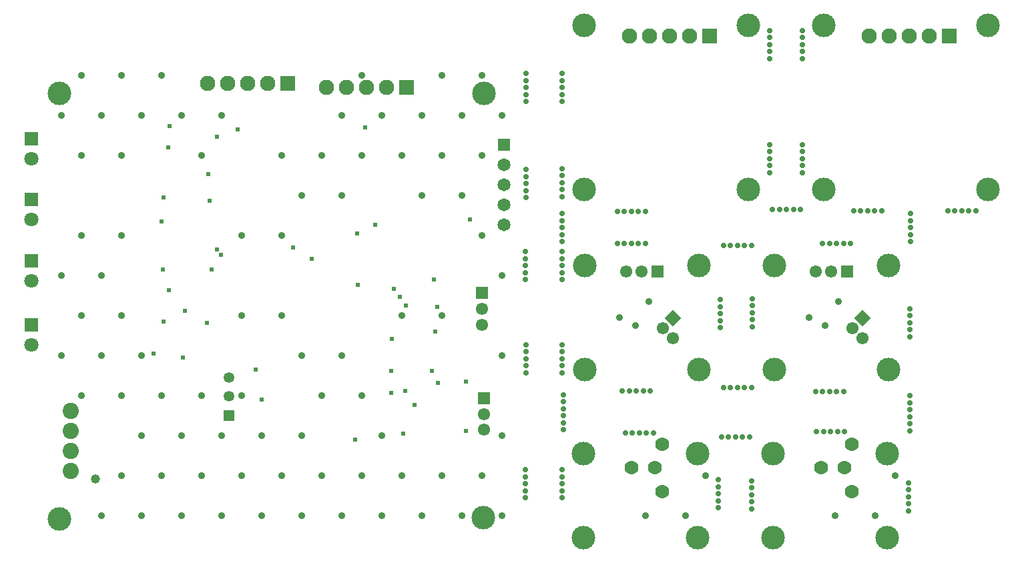
<source format=gbs>
G04*
G04 #@! TF.GenerationSoftware,Altium Limited,Altium Designer,21.5.1 (32)*
G04*
G04 Layer_Color=16711935*
%FSLAX25Y25*%
%MOIN*%
G70*
G04*
G04 #@! TF.SameCoordinates,35D1D81E-305D-4ED3-A4E5-B3A77E649114*
G04*
G04*
G04 #@! TF.FilePolarity,Negative*
G04*
G01*
G75*
%ADD73C,0.02800*%
%ADD74C,0.06969*%
%ADD75C,0.11791*%
%ADD76C,0.03591*%
%ADD77C,0.07677*%
%ADD78R,0.07677X0.07677*%
%ADD79R,0.06102X0.06102*%
%ADD80C,0.06102*%
%ADD81C,0.06102*%
%ADD82P,0.08630X4X360.0*%
%ADD83C,0.07087*%
%ADD84R,0.07087X0.07087*%
%ADD85R,0.06102X0.06102*%
%ADD86C,0.04638*%
%ADD87C,0.08091*%
%ADD88C,0.06496*%
%ADD89R,0.06496X0.06496*%
%ADD90R,0.05315X0.05315*%
%ADD91C,0.05315*%
%ADD92C,0.02391*%
D73*
X544000Y271000D02*
D03*
Y267500D02*
D03*
Y264000D02*
D03*
Y260500D02*
D03*
Y257000D02*
D03*
X543500Y180000D02*
D03*
Y176500D02*
D03*
Y173000D02*
D03*
Y169500D02*
D03*
Y166000D02*
D03*
Y162500D02*
D03*
X510500Y182000D02*
D03*
X507000D02*
D03*
X503500D02*
D03*
X500000D02*
D03*
X496500D02*
D03*
X511000Y162000D02*
D03*
X507500D02*
D03*
X504000D02*
D03*
X500500D02*
D03*
X497000D02*
D03*
X543000Y122500D02*
D03*
Y126000D02*
D03*
Y129500D02*
D03*
Y133000D02*
D03*
Y136500D02*
D03*
X464500Y123500D02*
D03*
Y127000D02*
D03*
Y130500D02*
D03*
Y134000D02*
D03*
Y137500D02*
D03*
X448000Y124000D02*
D03*
Y127500D02*
D03*
Y131000D02*
D03*
Y134500D02*
D03*
Y138000D02*
D03*
X401500Y161500D02*
D03*
X405000D02*
D03*
X408500D02*
D03*
X412000D02*
D03*
X415500D02*
D03*
X400000Y182500D02*
D03*
X403500D02*
D03*
X407000D02*
D03*
X410500D02*
D03*
X414000D02*
D03*
X500000Y256000D02*
D03*
X503500D02*
D03*
X507000D02*
D03*
X510500D02*
D03*
X514000D02*
D03*
X543500Y223500D02*
D03*
Y220000D02*
D03*
Y216500D02*
D03*
Y213000D02*
D03*
Y209500D02*
D03*
X576500Y272500D02*
D03*
X573000D02*
D03*
X569500D02*
D03*
X566000D02*
D03*
X562500D02*
D03*
X529500D02*
D03*
X526000D02*
D03*
X522500D02*
D03*
X519000D02*
D03*
X515500D02*
D03*
X464500Y184000D02*
D03*
X461000D02*
D03*
X457500D02*
D03*
X454000D02*
D03*
X450500D02*
D03*
X463500Y159500D02*
D03*
X460000D02*
D03*
X456500D02*
D03*
X453000D02*
D03*
X449500D02*
D03*
X489000Y273000D02*
D03*
X485500D02*
D03*
X482000D02*
D03*
X478500D02*
D03*
X475000D02*
D03*
X464500Y255000D02*
D03*
X461000D02*
D03*
X457500D02*
D03*
X454000D02*
D03*
X450500D02*
D03*
X490000Y348500D02*
D03*
Y352000D02*
D03*
Y355500D02*
D03*
Y359000D02*
D03*
Y362500D02*
D03*
X473500Y348500D02*
D03*
Y352000D02*
D03*
Y355500D02*
D03*
Y359000D02*
D03*
Y362500D02*
D03*
X490000Y291500D02*
D03*
Y295000D02*
D03*
Y298500D02*
D03*
Y302000D02*
D03*
Y305500D02*
D03*
X473500Y291500D02*
D03*
Y295000D02*
D03*
Y298500D02*
D03*
Y302000D02*
D03*
Y305500D02*
D03*
X351500Y129000D02*
D03*
Y132500D02*
D03*
Y136000D02*
D03*
Y139500D02*
D03*
Y143000D02*
D03*
X370000Y129000D02*
D03*
Y132500D02*
D03*
Y136000D02*
D03*
Y139500D02*
D03*
Y143000D02*
D03*
X370500Y180500D02*
D03*
Y177000D02*
D03*
Y173500D02*
D03*
Y170000D02*
D03*
Y166500D02*
D03*
Y163000D02*
D03*
X370000Y271000D02*
D03*
Y267500D02*
D03*
Y264000D02*
D03*
Y260500D02*
D03*
Y257000D02*
D03*
X352000Y191500D02*
D03*
Y195000D02*
D03*
Y198500D02*
D03*
Y202000D02*
D03*
Y205500D02*
D03*
X370000Y191500D02*
D03*
Y195000D02*
D03*
Y198500D02*
D03*
Y202000D02*
D03*
Y205500D02*
D03*
X465000Y214500D02*
D03*
Y218000D02*
D03*
Y221500D02*
D03*
Y225000D02*
D03*
Y228500D02*
D03*
X449000Y214000D02*
D03*
Y217500D02*
D03*
Y221000D02*
D03*
Y224500D02*
D03*
Y228000D02*
D03*
X397500Y272000D02*
D03*
X401000D02*
D03*
X404500D02*
D03*
X408000D02*
D03*
X411500D02*
D03*
X397500Y256000D02*
D03*
X401000D02*
D03*
X404500D02*
D03*
X408000D02*
D03*
X411500D02*
D03*
X351500Y252000D02*
D03*
Y248500D02*
D03*
Y245000D02*
D03*
Y241500D02*
D03*
Y238000D02*
D03*
X370000Y252000D02*
D03*
Y248500D02*
D03*
Y245000D02*
D03*
Y241500D02*
D03*
Y238000D02*
D03*
Y293500D02*
D03*
Y290000D02*
D03*
Y286500D02*
D03*
Y283000D02*
D03*
Y279500D02*
D03*
X352000Y293000D02*
D03*
Y289500D02*
D03*
Y286000D02*
D03*
Y282500D02*
D03*
Y279000D02*
D03*
X370000Y341000D02*
D03*
Y337500D02*
D03*
Y334000D02*
D03*
Y330500D02*
D03*
Y327000D02*
D03*
X352000D02*
D03*
Y330500D02*
D03*
Y334000D02*
D03*
Y337500D02*
D03*
Y341000D02*
D03*
D74*
X404500Y144000D02*
D03*
X416311D02*
D03*
X420012Y155811D02*
D03*
Y132189D02*
D03*
X499185Y144000D02*
D03*
X510996D02*
D03*
X514697Y155811D02*
D03*
Y132189D02*
D03*
D75*
X380500Y151000D02*
D03*
Y109000D02*
D03*
X437500Y151000D02*
D03*
Y109000D02*
D03*
X475185Y151000D02*
D03*
Y109000D02*
D03*
X532185Y151000D02*
D03*
Y109000D02*
D03*
X582685Y365185D02*
D03*
X500685D02*
D03*
Y283185D02*
D03*
X582685Y283185D02*
D03*
X463000Y365185D02*
D03*
X381000D02*
D03*
Y283185D02*
D03*
X463000Y283185D02*
D03*
X381185Y193106D02*
D03*
Y245106D02*
D03*
X438185D02*
D03*
Y193106D02*
D03*
X475870D02*
D03*
Y245106D02*
D03*
X532870D02*
D03*
Y193106D02*
D03*
X330500Y119000D02*
D03*
X331000Y331000D02*
D03*
X119000D02*
D03*
Y118500D02*
D03*
D76*
X441500Y140000D02*
D03*
X431500Y120000D02*
D03*
X411500D02*
D03*
X536185Y140000D02*
D03*
X526185Y120000D02*
D03*
X506185D02*
D03*
X413185Y227106D02*
D03*
X406685Y215106D02*
D03*
X398685Y219106D02*
D03*
X507870Y227106D02*
D03*
X501370Y215106D02*
D03*
X493370Y219106D02*
D03*
X340000Y320000D02*
D03*
Y240000D02*
D03*
Y200000D02*
D03*
Y160000D02*
D03*
Y120000D02*
D03*
X330000Y340000D02*
D03*
X320000Y320000D02*
D03*
X330000Y300000D02*
D03*
X320000Y280000D02*
D03*
X330000Y260000D02*
D03*
Y140000D02*
D03*
X320000Y120000D02*
D03*
X310000Y340000D02*
D03*
X300000Y320000D02*
D03*
X310000Y300000D02*
D03*
X300000Y280000D02*
D03*
X310000Y220000D02*
D03*
Y140000D02*
D03*
X300000Y120000D02*
D03*
X280000Y320000D02*
D03*
X290000Y300000D02*
D03*
Y220000D02*
D03*
X280000Y160000D02*
D03*
X290000Y140000D02*
D03*
X280000Y120000D02*
D03*
X270000Y340000D02*
D03*
X260000Y320000D02*
D03*
X270000Y300000D02*
D03*
X260000Y280000D02*
D03*
Y200000D02*
D03*
X270000Y180000D02*
D03*
Y140000D02*
D03*
X260000Y120000D02*
D03*
X250000Y300000D02*
D03*
X240000Y280000D02*
D03*
Y200000D02*
D03*
X250000Y180000D02*
D03*
X240000Y160000D02*
D03*
X250000Y140000D02*
D03*
X240000Y120000D02*
D03*
X230000Y300000D02*
D03*
Y260000D02*
D03*
Y220000D02*
D03*
X220000Y160000D02*
D03*
X230000Y140000D02*
D03*
X220000Y120000D02*
D03*
X200000Y320000D02*
D03*
X210000Y260000D02*
D03*
Y220000D02*
D03*
Y180000D02*
D03*
X200000Y160000D02*
D03*
X210000Y140000D02*
D03*
X200000Y120000D02*
D03*
X180000Y320000D02*
D03*
X190000Y300000D02*
D03*
Y180000D02*
D03*
X180000Y160000D02*
D03*
X190000Y140000D02*
D03*
X180000Y120000D02*
D03*
X170000Y340000D02*
D03*
X160000Y320000D02*
D03*
Y200000D02*
D03*
X170000Y180000D02*
D03*
X160000Y160000D02*
D03*
X170000Y140000D02*
D03*
X160000Y120000D02*
D03*
X150000Y340000D02*
D03*
X140000Y320000D02*
D03*
X150000Y300000D02*
D03*
Y260000D02*
D03*
X140000Y240000D02*
D03*
X150000Y220000D02*
D03*
X140000Y200000D02*
D03*
X150000Y180000D02*
D03*
Y140000D02*
D03*
X140000Y120000D02*
D03*
X130000Y340000D02*
D03*
X120000Y320000D02*
D03*
X130000Y300000D02*
D03*
Y260000D02*
D03*
X120000Y240000D02*
D03*
X130000Y220000D02*
D03*
X120000Y200000D02*
D03*
X130000Y180000D02*
D03*
D77*
X533185Y359685D02*
D03*
X543185D02*
D03*
X553185D02*
D03*
X523185D02*
D03*
X413500D02*
D03*
X423500D02*
D03*
X433500D02*
D03*
X403500D02*
D03*
X262314Y334000D02*
D03*
X272314D02*
D03*
X282314D02*
D03*
X252314D02*
D03*
X203000Y336000D02*
D03*
X213000D02*
D03*
X223000D02*
D03*
X193000D02*
D03*
D78*
X563185Y359685D02*
D03*
X443500D02*
D03*
X292314Y334000D02*
D03*
X233000Y336000D02*
D03*
D79*
X417559Y242106D02*
D03*
X512244D02*
D03*
D80*
X409685D02*
D03*
X401811D02*
D03*
X504370D02*
D03*
X496496D02*
D03*
X331000Y170874D02*
D03*
Y163000D02*
D03*
X330000Y223374D02*
D03*
Y215500D02*
D03*
D81*
X425185Y208606D02*
D03*
X420185Y213606D02*
D03*
X519870Y208606D02*
D03*
X514870Y213606D02*
D03*
D82*
X425185Y218606D02*
D03*
X519870D02*
D03*
D83*
X105000Y298500D02*
D03*
Y268000D02*
D03*
Y237500D02*
D03*
Y205500D02*
D03*
D84*
Y308500D02*
D03*
Y278000D02*
D03*
Y247500D02*
D03*
Y215500D02*
D03*
D85*
X331000Y178748D02*
D03*
X330000Y231248D02*
D03*
D86*
X136902Y138299D02*
D03*
D87*
X124500Y142500D02*
D03*
Y152500D02*
D03*
Y162500D02*
D03*
Y172500D02*
D03*
D88*
X341000Y265500D02*
D03*
Y275500D02*
D03*
Y285500D02*
D03*
Y295500D02*
D03*
D89*
Y305500D02*
D03*
D90*
X203500Y170000D02*
D03*
D91*
Y179606D02*
D03*
Y189213D02*
D03*
D92*
X193416Y290758D02*
D03*
X173916Y314758D02*
D03*
X170837Y279000D02*
D03*
Y217000D02*
D03*
X166000Y201000D02*
D03*
X322000Y187000D02*
D03*
X308000Y186500D02*
D03*
X284692Y181383D02*
D03*
X291500Y182500D02*
D03*
X284500Y192500D02*
D03*
X296237Y175521D02*
D03*
X271500Y314000D02*
D03*
X235500Y254000D02*
D03*
X285000Y208500D02*
D03*
X306000Y238000D02*
D03*
X292000Y225000D02*
D03*
X289000Y229500D02*
D03*
X286000Y233500D02*
D03*
X321950Y162450D02*
D03*
X173422Y304000D02*
D03*
X194067Y277500D02*
D03*
X170000Y267000D02*
D03*
X192469Y216500D02*
D03*
X266500Y158000D02*
D03*
X217000Y193000D02*
D03*
X290500Y161000D02*
D03*
X194801Y242965D02*
D03*
X197531Y309500D02*
D03*
X268000Y235500D02*
D03*
X245000Y248500D02*
D03*
X267500Y261000D02*
D03*
X276500Y265500D02*
D03*
X324000Y268063D02*
D03*
X307500Y224500D02*
D03*
X306756Y212000D02*
D03*
X197586Y253070D02*
D03*
X180500Y199000D02*
D03*
X207996Y313161D02*
D03*
X173693Y232740D02*
D03*
X181500Y222500D02*
D03*
X170500Y243000D02*
D03*
X220000Y178000D02*
D03*
X199500Y250500D02*
D03*
X305000Y192500D02*
D03*
M02*

</source>
